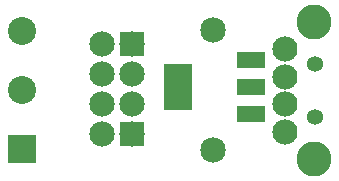
<source format=gts>
G04 MADE WITH FRITZING*
G04 WWW.FRITZING.ORG*
G04 DOUBLE SIDED*
G04 HOLES PLATED*
G04 CONTOUR ON CENTER OF CONTOUR VECTOR*
%ASAXBY*%
%FSLAX23Y23*%
%MOIN*%
%OFA0B0*%
%SFA1.0B1.0*%
%ADD10C,0.084000*%
%ADD11C,0.116614*%
%ADD12C,0.053307*%
%ADD13C,0.084472*%
%ADD14C,0.085000*%
%ADD15C,0.093307*%
%ADD16R,0.098000X0.058000*%
%ADD17R,0.096614X0.151732*%
%ADD18R,0.084108X0.084472*%
%ADD19R,0.093307X0.093307*%
%LNMASK1*%
G90*
G70*
G54D10*
X1035Y440D03*
X1035Y347D03*
X1035Y258D03*
X1035Y165D03*
G54D11*
X1130Y74D03*
X1130Y531D03*
G54D12*
X1134Y391D03*
X1134Y214D03*
G54D10*
X1035Y440D03*
X1035Y347D03*
X1035Y258D03*
X1035Y165D03*
G54D11*
X1130Y74D03*
X1130Y531D03*
G54D12*
X1134Y391D03*
X1134Y214D03*
G54D10*
X1035Y440D03*
X1035Y347D03*
X1035Y258D03*
X1035Y165D03*
G54D11*
X1130Y74D03*
X1130Y531D03*
G54D12*
X1134Y391D03*
X1134Y214D03*
G54D13*
X523Y459D03*
X423Y459D03*
X523Y359D03*
X423Y359D03*
X523Y258D03*
X423Y258D03*
X523Y158D03*
X423Y158D03*
X523Y459D03*
X423Y459D03*
X523Y359D03*
X423Y359D03*
X523Y258D03*
X423Y258D03*
X523Y158D03*
X423Y158D03*
G54D14*
X795Y106D03*
X795Y506D03*
G54D15*
X158Y108D03*
X158Y304D03*
X158Y501D03*
G54D16*
X921Y223D03*
X921Y314D03*
X921Y405D03*
G54D17*
X677Y314D03*
G54D18*
X523Y459D03*
X523Y459D03*
X523Y158D03*
G54D19*
X158Y108D03*
G04 End of Mask1*
M02*
</source>
